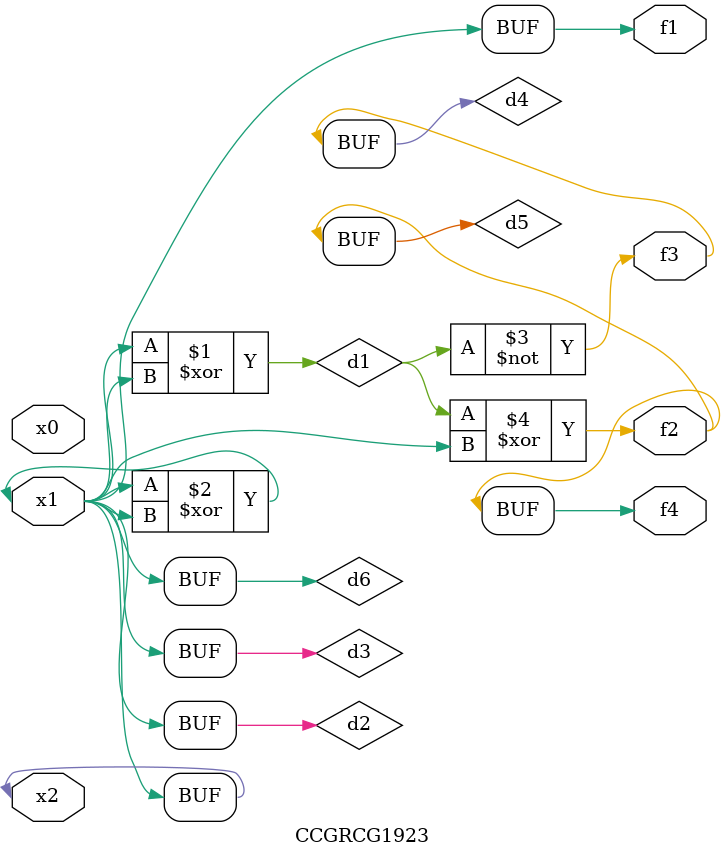
<source format=v>
module CCGRCG1923(
	input x0, x1, x2,
	output f1, f2, f3, f4
);

	wire d1, d2, d3, d4, d5, d6;

	xor (d1, x1, x2);
	buf (d2, x1, x2);
	xor (d3, x1, x2);
	nor (d4, d1);
	xor (d5, d1, d2);
	buf (d6, d2, d3);
	assign f1 = d6;
	assign f2 = d5;
	assign f3 = d4;
	assign f4 = d5;
endmodule

</source>
